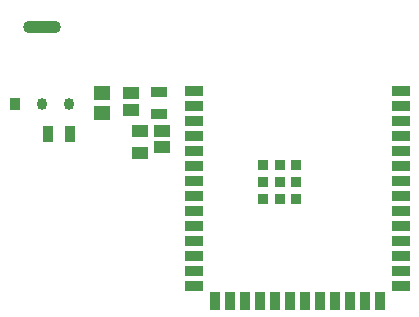
<source format=gtp>
G04*
G04 #@! TF.GenerationSoftware,Altium Limited,Altium Designer,23.4.1 (23)*
G04*
G04 Layer_Color=8421504*
%FSLAX44Y44*%
%MOMM*%
G71*
G04*
G04 #@! TF.SameCoordinates,5B4701A4-F384-41A6-9C88-78B9FC1DD21D*
G04*
G04*
G04 #@! TF.FilePolarity,Positive*
G04*
G01*
G75*
%ADD14R,0.9000X1.5000*%
%ADD15R,1.5000X0.9000*%
%ADD16R,0.9000X0.9000*%
G04:AMPARAMS|DCode=17|XSize=1.0043mm|YSize=3.1821mm|CornerRadius=0.4369mm|HoleSize=0mm|Usage=FLASHONLY|Rotation=90.000|XOffset=0mm|YOffset=0mm|HoleType=Round|Shape=RoundedRectangle|*
%AMROUNDEDRECTD17*
21,1,1.0043,2.3084,0,0,90.0*
21,1,0.1306,3.1821,0,0,90.0*
1,1,0.8737,1.1542,0.0653*
1,1,0.8737,1.1542,-0.0653*
1,1,0.8737,-1.1542,-0.0653*
1,1,0.8737,-1.1542,0.0653*
%
%ADD17ROUNDEDRECTD17*%
G04:AMPARAMS|DCode=18|XSize=1.0043mm|YSize=0.8721mm|CornerRadius=0.4361mm|HoleSize=0mm|Usage=FLASHONLY|Rotation=90.000|XOffset=0mm|YOffset=0mm|HoleType=Round|Shape=RoundedRectangle|*
%AMROUNDEDRECTD18*
21,1,1.0043,0.0000,0,0,90.0*
21,1,0.1322,0.8721,0,0,90.0*
1,1,0.8721,0.0000,0.0661*
1,1,0.8721,0.0000,-0.0661*
1,1,0.8721,0.0000,-0.0661*
1,1,0.8721,0.0000,0.0661*
%
%ADD18ROUNDEDRECTD18*%
%ADD19R,0.8721X1.0043*%
%ADD20R,1.4562X1.2546*%
%ADD21R,0.9500X1.4000*%
%ADD22R,1.4000X0.9500*%
%ADD23R,1.3562X1.0546*%
%ADD24R,1.4000X1.0000*%
%ADD25R,1.3500X1.1000*%
D14*
X870080Y273250D02*
D03*
X882780D02*
D03*
X895480D02*
D03*
X908180D02*
D03*
X819280D02*
D03*
X831980D02*
D03*
X844680D02*
D03*
X857380D02*
D03*
X920880D02*
D03*
X933580D02*
D03*
X946280D02*
D03*
X958980D02*
D03*
D15*
X801630Y412750D02*
D03*
X976630Y425450D02*
D03*
X801630Y450850D02*
D03*
Y438150D02*
D03*
Y425450D02*
D03*
Y400050D02*
D03*
Y387350D02*
D03*
Y374650D02*
D03*
Y361950D02*
D03*
Y349250D02*
D03*
Y336550D02*
D03*
Y323850D02*
D03*
Y311150D02*
D03*
Y298450D02*
D03*
Y285750D02*
D03*
X976630D02*
D03*
Y298450D02*
D03*
Y311150D02*
D03*
Y323850D02*
D03*
Y336550D02*
D03*
Y349250D02*
D03*
Y361950D02*
D03*
Y374650D02*
D03*
Y387350D02*
D03*
Y400050D02*
D03*
Y412750D02*
D03*
Y438150D02*
D03*
Y450850D02*
D03*
D16*
X874130Y373650D02*
D03*
Y387650D02*
D03*
X860130D02*
D03*
Y373650D02*
D03*
Y359650D02*
D03*
X874130D02*
D03*
X888130D02*
D03*
Y373650D02*
D03*
Y387650D02*
D03*
D17*
X673127Y505307D02*
D03*
D18*
X696027Y439407D02*
D03*
X673127D02*
D03*
D19*
X650227D02*
D03*
D20*
X723900Y448948D02*
D03*
Y432432D02*
D03*
D21*
X677820Y414020D02*
D03*
X696320D02*
D03*
D22*
X772160Y449940D02*
D03*
Y431440D02*
D03*
D23*
X748030Y449218D02*
D03*
Y434702D02*
D03*
D24*
X755650Y398170D02*
D03*
Y417170D02*
D03*
D25*
X774700Y417210D02*
D03*
Y403210D02*
D03*
M02*

</source>
